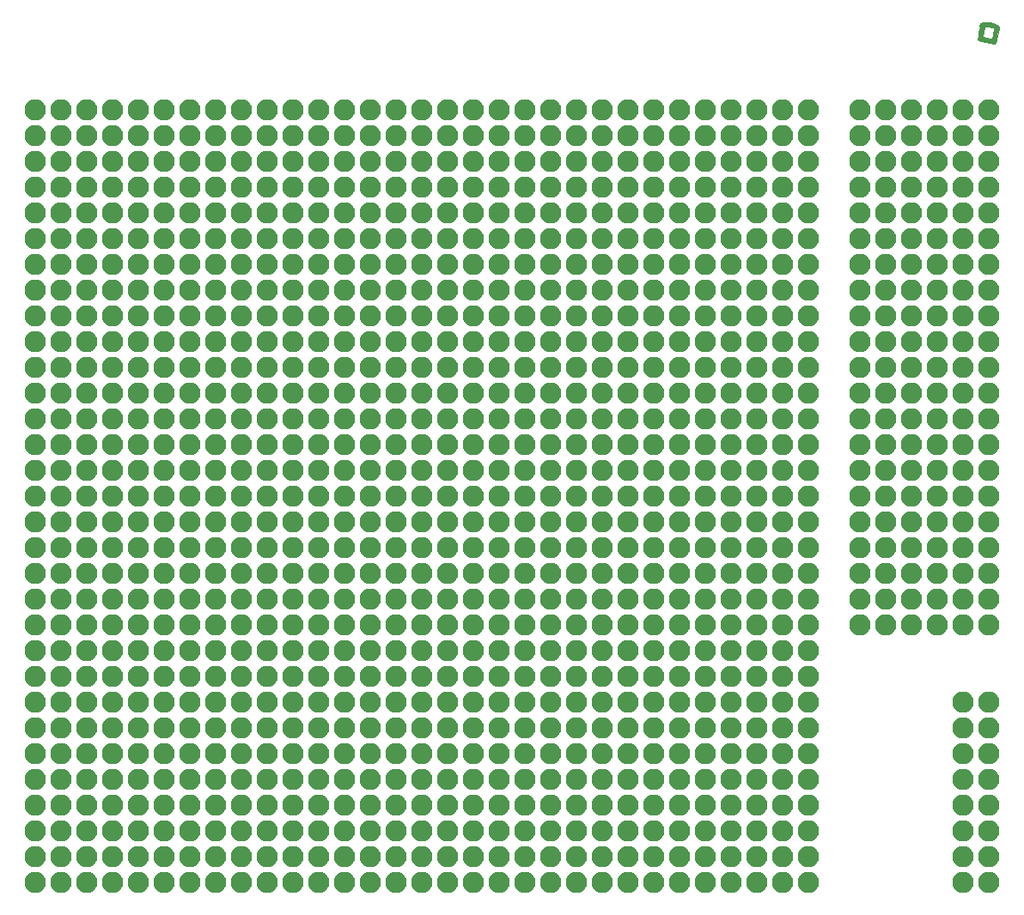
<source format=gbr>
G04 #@! TF.GenerationSoftware,KiCad,Pcbnew,5.1.7-a382d34a8~88~ubuntu16.04.1*
G04 #@! TF.CreationDate,2021-03-11T21:24:15+01:00*
G04 #@! TF.ProjectId,3u-100-eurocard-eurorack-protoboard,33752d31-3030-42d6-9575-726f63617264,rev?*
G04 #@! TF.SameCoordinates,Original*
G04 #@! TF.FileFunction,Soldermask,Top*
G04 #@! TF.FilePolarity,Negative*
%FSLAX46Y46*%
G04 Gerber Fmt 4.6, Leading zero omitted, Abs format (unit mm)*
G04 Created by KiCad (PCBNEW 5.1.7-a382d34a8~88~ubuntu16.04.1) date 2021-03-11 21:24:15*
%MOMM*%
%LPD*%
G01*
G04 APERTURE LIST*
%ADD10C,0.010000*%
%ADD11O,2.102000X2.102000*%
G04 APERTURE END LIST*
D10*
G36*
X95743349Y-3379569D02*
G01*
X95868983Y-3391313D01*
X95998376Y-3410482D01*
X96129949Y-3436970D01*
X96262121Y-3470670D01*
X96273815Y-3474002D01*
X96386468Y-3509404D01*
X96489327Y-3548300D01*
X96586582Y-3592297D01*
X96601138Y-3599532D01*
X96664811Y-3633416D01*
X96718532Y-3666506D01*
X96766043Y-3701416D01*
X96811085Y-3740758D01*
X96831122Y-3760182D01*
X96862793Y-3793167D01*
X96886378Y-3821662D01*
X96904984Y-3849768D01*
X96919316Y-3876642D01*
X96931147Y-3901217D01*
X96938987Y-3920283D01*
X96943658Y-3937938D01*
X96945981Y-3958281D01*
X96946775Y-3985411D01*
X96946861Y-4014226D01*
X96946609Y-4050313D01*
X96945404Y-4076246D01*
X96942569Y-4095982D01*
X96937428Y-4113476D01*
X96929306Y-4132683D01*
X96925060Y-4141752D01*
X96908673Y-4170900D01*
X96886829Y-4202771D01*
X96864704Y-4229946D01*
X96826149Y-4272138D01*
X96717969Y-4817733D01*
X96696333Y-4926479D01*
X96677157Y-5022034D01*
X96660293Y-5105077D01*
X96645595Y-5176286D01*
X96632918Y-5236339D01*
X96622114Y-5285914D01*
X96613037Y-5325690D01*
X96605540Y-5356343D01*
X96599477Y-5378553D01*
X96594702Y-5392998D01*
X96592713Y-5397597D01*
X96566758Y-5436303D01*
X96531377Y-5470466D01*
X96491256Y-5495631D01*
X96488006Y-5497112D01*
X96477596Y-5501663D01*
X96467651Y-5505573D01*
X96457339Y-5508717D01*
X96445825Y-5510971D01*
X96432274Y-5512212D01*
X96415852Y-5512316D01*
X96395724Y-5511159D01*
X96371057Y-5508618D01*
X96341016Y-5504568D01*
X96304766Y-5498886D01*
X96261474Y-5491448D01*
X96210305Y-5482130D01*
X96150424Y-5470809D01*
X96080997Y-5457360D01*
X96001190Y-5441660D01*
X95910169Y-5423585D01*
X95807098Y-5403012D01*
X95691145Y-5379816D01*
X95673333Y-5376252D01*
X95539114Y-5349306D01*
X95418657Y-5324938D01*
X95311855Y-5303125D01*
X95218601Y-5283845D01*
X95138787Y-5267074D01*
X95072307Y-5252790D01*
X95019053Y-5240970D01*
X94978917Y-5231591D01*
X94951793Y-5224631D01*
X94937573Y-5220066D01*
X94937047Y-5219831D01*
X94895827Y-5193240D01*
X94861447Y-5156403D01*
X94835789Y-5112286D01*
X94820738Y-5063853D01*
X94817536Y-5031592D01*
X94818826Y-5019586D01*
X94822694Y-4994877D01*
X94828927Y-4958595D01*
X94837315Y-4911869D01*
X94847648Y-4855828D01*
X94849344Y-4846797D01*
X95290210Y-4846797D01*
X95292624Y-4849429D01*
X95301021Y-4852963D01*
X95316208Y-4857580D01*
X95338990Y-4863458D01*
X95370175Y-4870776D01*
X95410570Y-4879716D01*
X95460980Y-4890455D01*
X95522212Y-4903174D01*
X95595074Y-4918052D01*
X95680372Y-4935269D01*
X95754472Y-4950120D01*
X95833509Y-4965920D01*
X95908463Y-4980898D01*
X95978190Y-4994825D01*
X96041544Y-5007474D01*
X96097381Y-5018614D01*
X96144556Y-5028019D01*
X96181925Y-5035460D01*
X96208343Y-5040709D01*
X96222666Y-5043537D01*
X96224955Y-5043975D01*
X96230679Y-5038914D01*
X96233403Y-5032375D01*
X96235357Y-5023540D01*
X96239827Y-5002011D01*
X96246580Y-4968936D01*
X96255387Y-4925463D01*
X96266016Y-4872739D01*
X96278236Y-4811911D01*
X96291816Y-4744128D01*
X96306525Y-4670536D01*
X96322132Y-4592284D01*
X96333074Y-4537328D01*
X96349279Y-4456321D01*
X96364913Y-4379021D01*
X96379729Y-4306600D01*
X96393478Y-4240228D01*
X96405913Y-4181078D01*
X96416786Y-4130321D01*
X96425851Y-4089127D01*
X96432858Y-4058668D01*
X96437561Y-4040115D01*
X96439278Y-4034970D01*
X96446395Y-4020118D01*
X96449442Y-4011596D01*
X96449444Y-4011522D01*
X96443310Y-4005979D01*
X96426544Y-3996319D01*
X96401602Y-3983703D01*
X96370940Y-3969291D01*
X96337014Y-3954243D01*
X96302279Y-3939720D01*
X96274418Y-3928829D01*
X96154437Y-3889187D01*
X96026038Y-3856761D01*
X95893340Y-3832293D01*
X95760463Y-3816522D01*
X95631525Y-3810187D01*
X95613404Y-3810096D01*
X95566588Y-3810257D01*
X95532076Y-3810919D01*
X95508061Y-3812498D01*
X95492736Y-3815406D01*
X95484293Y-3820061D01*
X95480926Y-3826875D01*
X95480827Y-3836264D01*
X95481252Y-3840425D01*
X95480332Y-3850974D01*
X95476852Y-3874186D01*
X95471028Y-3908887D01*
X95463075Y-3953905D01*
X95453209Y-4008066D01*
X95441644Y-4070197D01*
X95428598Y-4139125D01*
X95414284Y-4213678D01*
X95398918Y-4292682D01*
X95387702Y-4349750D01*
X95371716Y-4430789D01*
X95356522Y-4507893D01*
X95342344Y-4579926D01*
X95329404Y-4645752D01*
X95317925Y-4704235D01*
X95308131Y-4754238D01*
X95300243Y-4794627D01*
X95294485Y-4824264D01*
X95291080Y-4842013D01*
X95290210Y-4846797D01*
X94849344Y-4846797D01*
X94859713Y-4791602D01*
X94873301Y-4720322D01*
X94888201Y-4643116D01*
X94904202Y-4561115D01*
X94921092Y-4475448D01*
X94925150Y-4454994D01*
X95033186Y-3911128D01*
X95014526Y-3864484D01*
X94995718Y-3800547D01*
X94990444Y-3738106D01*
X94998140Y-3678030D01*
X95018242Y-3621189D01*
X95050186Y-3568450D01*
X95093409Y-3520684D01*
X95147347Y-3478759D01*
X95211437Y-3443545D01*
X95285114Y-3415910D01*
X95309972Y-3408977D01*
X95404784Y-3389954D01*
X95509670Y-3378783D01*
X95623051Y-3375357D01*
X95743349Y-3379569D01*
G37*
X95743349Y-3379569D02*
X95868983Y-3391313D01*
X95998376Y-3410482D01*
X96129949Y-3436970D01*
X96262121Y-3470670D01*
X96273815Y-3474002D01*
X96386468Y-3509404D01*
X96489327Y-3548300D01*
X96586582Y-3592297D01*
X96601138Y-3599532D01*
X96664811Y-3633416D01*
X96718532Y-3666506D01*
X96766043Y-3701416D01*
X96811085Y-3740758D01*
X96831122Y-3760182D01*
X96862793Y-3793167D01*
X96886378Y-3821662D01*
X96904984Y-3849768D01*
X96919316Y-3876642D01*
X96931147Y-3901217D01*
X96938987Y-3920283D01*
X96943658Y-3937938D01*
X96945981Y-3958281D01*
X96946775Y-3985411D01*
X96946861Y-4014226D01*
X96946609Y-4050313D01*
X96945404Y-4076246D01*
X96942569Y-4095982D01*
X96937428Y-4113476D01*
X96929306Y-4132683D01*
X96925060Y-4141752D01*
X96908673Y-4170900D01*
X96886829Y-4202771D01*
X96864704Y-4229946D01*
X96826149Y-4272138D01*
X96717969Y-4817733D01*
X96696333Y-4926479D01*
X96677157Y-5022034D01*
X96660293Y-5105077D01*
X96645595Y-5176286D01*
X96632918Y-5236339D01*
X96622114Y-5285914D01*
X96613037Y-5325690D01*
X96605540Y-5356343D01*
X96599477Y-5378553D01*
X96594702Y-5392998D01*
X96592713Y-5397597D01*
X96566758Y-5436303D01*
X96531377Y-5470466D01*
X96491256Y-5495631D01*
X96488006Y-5497112D01*
X96477596Y-5501663D01*
X96467651Y-5505573D01*
X96457339Y-5508717D01*
X96445825Y-5510971D01*
X96432274Y-5512212D01*
X96415852Y-5512316D01*
X96395724Y-5511159D01*
X96371057Y-5508618D01*
X96341016Y-5504568D01*
X96304766Y-5498886D01*
X96261474Y-5491448D01*
X96210305Y-5482130D01*
X96150424Y-5470809D01*
X96080997Y-5457360D01*
X96001190Y-5441660D01*
X95910169Y-5423585D01*
X95807098Y-5403012D01*
X95691145Y-5379816D01*
X95673333Y-5376252D01*
X95539114Y-5349306D01*
X95418657Y-5324938D01*
X95311855Y-5303125D01*
X95218601Y-5283845D01*
X95138787Y-5267074D01*
X95072307Y-5252790D01*
X95019053Y-5240970D01*
X94978917Y-5231591D01*
X94951793Y-5224631D01*
X94937573Y-5220066D01*
X94937047Y-5219831D01*
X94895827Y-5193240D01*
X94861447Y-5156403D01*
X94835789Y-5112286D01*
X94820738Y-5063853D01*
X94817536Y-5031592D01*
X94818826Y-5019586D01*
X94822694Y-4994877D01*
X94828927Y-4958595D01*
X94837315Y-4911869D01*
X94847648Y-4855828D01*
X94849344Y-4846797D01*
X95290210Y-4846797D01*
X95292624Y-4849429D01*
X95301021Y-4852963D01*
X95316208Y-4857580D01*
X95338990Y-4863458D01*
X95370175Y-4870776D01*
X95410570Y-4879716D01*
X95460980Y-4890455D01*
X95522212Y-4903174D01*
X95595074Y-4918052D01*
X95680372Y-4935269D01*
X95754472Y-4950120D01*
X95833509Y-4965920D01*
X95908463Y-4980898D01*
X95978190Y-4994825D01*
X96041544Y-5007474D01*
X96097381Y-5018614D01*
X96144556Y-5028019D01*
X96181925Y-5035460D01*
X96208343Y-5040709D01*
X96222666Y-5043537D01*
X96224955Y-5043975D01*
X96230679Y-5038914D01*
X96233403Y-5032375D01*
X96235357Y-5023540D01*
X96239827Y-5002011D01*
X96246580Y-4968936D01*
X96255387Y-4925463D01*
X96266016Y-4872739D01*
X96278236Y-4811911D01*
X96291816Y-4744128D01*
X96306525Y-4670536D01*
X96322132Y-4592284D01*
X96333074Y-4537328D01*
X96349279Y-4456321D01*
X96364913Y-4379021D01*
X96379729Y-4306600D01*
X96393478Y-4240228D01*
X96405913Y-4181078D01*
X96416786Y-4130321D01*
X96425851Y-4089127D01*
X96432858Y-4058668D01*
X96437561Y-4040115D01*
X96439278Y-4034970D01*
X96446395Y-4020118D01*
X96449442Y-4011596D01*
X96449444Y-4011522D01*
X96443310Y-4005979D01*
X96426544Y-3996319D01*
X96401602Y-3983703D01*
X96370940Y-3969291D01*
X96337014Y-3954243D01*
X96302279Y-3939720D01*
X96274418Y-3928829D01*
X96154437Y-3889187D01*
X96026038Y-3856761D01*
X95893340Y-3832293D01*
X95760463Y-3816522D01*
X95631525Y-3810187D01*
X95613404Y-3810096D01*
X95566588Y-3810257D01*
X95532076Y-3810919D01*
X95508061Y-3812498D01*
X95492736Y-3815406D01*
X95484293Y-3820061D01*
X95480926Y-3826875D01*
X95480827Y-3836264D01*
X95481252Y-3840425D01*
X95480332Y-3850974D01*
X95476852Y-3874186D01*
X95471028Y-3908887D01*
X95463075Y-3953905D01*
X95453209Y-4008066D01*
X95441644Y-4070197D01*
X95428598Y-4139125D01*
X95414284Y-4213678D01*
X95398918Y-4292682D01*
X95387702Y-4349750D01*
X95371716Y-4430789D01*
X95356522Y-4507893D01*
X95342344Y-4579926D01*
X95329404Y-4645752D01*
X95317925Y-4704235D01*
X95308131Y-4754238D01*
X95300243Y-4794627D01*
X95294485Y-4824264D01*
X95291080Y-4842013D01*
X95290210Y-4846797D01*
X94849344Y-4846797D01*
X94859713Y-4791602D01*
X94873301Y-4720322D01*
X94888201Y-4643116D01*
X94904202Y-4561115D01*
X94921092Y-4475448D01*
X94925150Y-4454994D01*
X95033186Y-3911128D01*
X95014526Y-3864484D01*
X94995718Y-3800547D01*
X94990444Y-3738106D01*
X94998140Y-3678030D01*
X95018242Y-3621189D01*
X95050186Y-3568450D01*
X95093409Y-3520684D01*
X95147347Y-3478759D01*
X95211437Y-3443545D01*
X95285114Y-3415910D01*
X95309972Y-3408977D01*
X95404784Y-3389954D01*
X95509670Y-3378783D01*
X95623051Y-3375357D01*
X95743349Y-3379569D01*
G36*
X95743349Y-3379569D02*
G01*
X95868983Y-3391313D01*
X95998376Y-3410482D01*
X96129949Y-3436970D01*
X96262121Y-3470670D01*
X96273815Y-3474002D01*
X96386468Y-3509404D01*
X96489327Y-3548300D01*
X96586582Y-3592297D01*
X96601138Y-3599532D01*
X96664811Y-3633416D01*
X96718532Y-3666506D01*
X96766043Y-3701416D01*
X96811085Y-3740758D01*
X96831122Y-3760182D01*
X96862793Y-3793167D01*
X96886378Y-3821662D01*
X96904984Y-3849768D01*
X96919316Y-3876642D01*
X96931147Y-3901217D01*
X96938987Y-3920283D01*
X96943658Y-3937938D01*
X96945981Y-3958281D01*
X96946775Y-3985411D01*
X96946861Y-4014226D01*
X96946609Y-4050313D01*
X96945404Y-4076246D01*
X96942569Y-4095982D01*
X96937428Y-4113476D01*
X96929306Y-4132683D01*
X96925060Y-4141752D01*
X96908673Y-4170900D01*
X96886829Y-4202771D01*
X96864704Y-4229946D01*
X96826149Y-4272138D01*
X96717969Y-4817733D01*
X96696333Y-4926479D01*
X96677157Y-5022034D01*
X96660293Y-5105077D01*
X96645595Y-5176286D01*
X96632918Y-5236339D01*
X96622114Y-5285914D01*
X96613037Y-5325690D01*
X96605540Y-5356343D01*
X96599477Y-5378553D01*
X96594702Y-5392998D01*
X96592713Y-5397597D01*
X96566758Y-5436303D01*
X96531377Y-5470466D01*
X96491256Y-5495631D01*
X96488006Y-5497112D01*
X96477596Y-5501663D01*
X96467651Y-5505573D01*
X96457339Y-5508717D01*
X96445825Y-5510971D01*
X96432274Y-5512212D01*
X96415852Y-5512316D01*
X96395724Y-5511159D01*
X96371057Y-5508618D01*
X96341016Y-5504568D01*
X96304766Y-5498886D01*
X96261474Y-5491448D01*
X96210305Y-5482130D01*
X96150424Y-5470809D01*
X96080997Y-5457360D01*
X96001190Y-5441660D01*
X95910169Y-5423585D01*
X95807098Y-5403012D01*
X95691145Y-5379816D01*
X95673333Y-5376252D01*
X95539114Y-5349306D01*
X95418657Y-5324938D01*
X95311855Y-5303125D01*
X95218601Y-5283845D01*
X95138787Y-5267074D01*
X95072307Y-5252790D01*
X95019053Y-5240970D01*
X94978917Y-5231591D01*
X94951793Y-5224631D01*
X94937573Y-5220066D01*
X94937047Y-5219831D01*
X94895827Y-5193240D01*
X94861447Y-5156403D01*
X94835789Y-5112286D01*
X94820738Y-5063853D01*
X94817536Y-5031592D01*
X94818826Y-5019586D01*
X94822694Y-4994877D01*
X94828927Y-4958595D01*
X94837315Y-4911869D01*
X94847648Y-4855828D01*
X94849344Y-4846797D01*
X95290210Y-4846797D01*
X95292624Y-4849429D01*
X95301021Y-4852963D01*
X95316208Y-4857580D01*
X95338990Y-4863458D01*
X95370175Y-4870776D01*
X95410570Y-4879716D01*
X95460980Y-4890455D01*
X95522212Y-4903174D01*
X95595074Y-4918052D01*
X95680372Y-4935269D01*
X95754472Y-4950120D01*
X95833509Y-4965920D01*
X95908463Y-4980898D01*
X95978190Y-4994825D01*
X96041544Y-5007474D01*
X96097381Y-5018614D01*
X96144556Y-5028019D01*
X96181925Y-5035460D01*
X96208343Y-5040709D01*
X96222666Y-5043537D01*
X96224955Y-5043975D01*
X96230679Y-5038914D01*
X96233403Y-5032375D01*
X96235357Y-5023540D01*
X96239827Y-5002011D01*
X96246580Y-4968936D01*
X96255387Y-4925463D01*
X96266016Y-4872739D01*
X96278236Y-4811911D01*
X96291816Y-4744128D01*
X96306525Y-4670536D01*
X96322132Y-4592284D01*
X96333074Y-4537328D01*
X96349279Y-4456321D01*
X96364913Y-4379021D01*
X96379729Y-4306600D01*
X96393478Y-4240228D01*
X96405913Y-4181078D01*
X96416786Y-4130321D01*
X96425851Y-4089127D01*
X96432858Y-4058668D01*
X96437561Y-4040115D01*
X96439278Y-4034970D01*
X96446395Y-4020118D01*
X96449442Y-4011596D01*
X96449444Y-4011522D01*
X96443310Y-4005979D01*
X96426544Y-3996319D01*
X96401602Y-3983703D01*
X96370940Y-3969291D01*
X96337014Y-3954243D01*
X96302279Y-3939720D01*
X96274418Y-3928829D01*
X96154437Y-3889187D01*
X96026038Y-3856761D01*
X95893340Y-3832293D01*
X95760463Y-3816522D01*
X95631525Y-3810187D01*
X95613404Y-3810096D01*
X95566588Y-3810257D01*
X95532076Y-3810919D01*
X95508061Y-3812498D01*
X95492736Y-3815406D01*
X95484293Y-3820061D01*
X95480926Y-3826875D01*
X95480827Y-3836264D01*
X95481252Y-3840425D01*
X95480332Y-3850974D01*
X95476852Y-3874186D01*
X95471028Y-3908887D01*
X95463075Y-3953905D01*
X95453209Y-4008066D01*
X95441644Y-4070197D01*
X95428598Y-4139125D01*
X95414284Y-4213678D01*
X95398918Y-4292682D01*
X95387702Y-4349750D01*
X95371716Y-4430789D01*
X95356522Y-4507893D01*
X95342344Y-4579926D01*
X95329404Y-4645752D01*
X95317925Y-4704235D01*
X95308131Y-4754238D01*
X95300243Y-4794627D01*
X95294485Y-4824264D01*
X95291080Y-4842013D01*
X95290210Y-4846797D01*
X94849344Y-4846797D01*
X94859713Y-4791602D01*
X94873301Y-4720322D01*
X94888201Y-4643116D01*
X94904202Y-4561115D01*
X94921092Y-4475448D01*
X94925150Y-4454994D01*
X95033186Y-3911128D01*
X95014526Y-3864484D01*
X94995718Y-3800547D01*
X94990444Y-3738106D01*
X94998140Y-3678030D01*
X95018242Y-3621189D01*
X95050186Y-3568450D01*
X95093409Y-3520684D01*
X95147347Y-3478759D01*
X95211437Y-3443545D01*
X95285114Y-3415910D01*
X95309972Y-3408977D01*
X95404784Y-3389954D01*
X95509670Y-3378783D01*
X95623051Y-3375357D01*
X95743349Y-3379569D01*
G37*
X95743349Y-3379569D02*
X95868983Y-3391313D01*
X95998376Y-3410482D01*
X96129949Y-3436970D01*
X96262121Y-3470670D01*
X96273815Y-3474002D01*
X96386468Y-3509404D01*
X96489327Y-3548300D01*
X96586582Y-3592297D01*
X96601138Y-3599532D01*
X96664811Y-3633416D01*
X96718532Y-3666506D01*
X96766043Y-3701416D01*
X96811085Y-3740758D01*
X96831122Y-3760182D01*
X96862793Y-3793167D01*
X96886378Y-3821662D01*
X96904984Y-3849768D01*
X96919316Y-3876642D01*
X96931147Y-3901217D01*
X96938987Y-3920283D01*
X96943658Y-3937938D01*
X96945981Y-3958281D01*
X96946775Y-3985411D01*
X96946861Y-4014226D01*
X96946609Y-4050313D01*
X96945404Y-4076246D01*
X96942569Y-4095982D01*
X96937428Y-4113476D01*
X96929306Y-4132683D01*
X96925060Y-4141752D01*
X96908673Y-4170900D01*
X96886829Y-4202771D01*
X96864704Y-4229946D01*
X96826149Y-4272138D01*
X96717969Y-4817733D01*
X96696333Y-4926479D01*
X96677157Y-5022034D01*
X96660293Y-5105077D01*
X96645595Y-5176286D01*
X96632918Y-5236339D01*
X96622114Y-5285914D01*
X96613037Y-5325690D01*
X96605540Y-5356343D01*
X96599477Y-5378553D01*
X96594702Y-5392998D01*
X96592713Y-5397597D01*
X96566758Y-5436303D01*
X96531377Y-5470466D01*
X96491256Y-5495631D01*
X96488006Y-5497112D01*
X96477596Y-5501663D01*
X96467651Y-5505573D01*
X96457339Y-5508717D01*
X96445825Y-5510971D01*
X96432274Y-5512212D01*
X96415852Y-5512316D01*
X96395724Y-5511159D01*
X96371057Y-5508618D01*
X96341016Y-5504568D01*
X96304766Y-5498886D01*
X96261474Y-5491448D01*
X96210305Y-5482130D01*
X96150424Y-5470809D01*
X96080997Y-5457360D01*
X96001190Y-5441660D01*
X95910169Y-5423585D01*
X95807098Y-5403012D01*
X95691145Y-5379816D01*
X95673333Y-5376252D01*
X95539114Y-5349306D01*
X95418657Y-5324938D01*
X95311855Y-5303125D01*
X95218601Y-5283845D01*
X95138787Y-5267074D01*
X95072307Y-5252790D01*
X95019053Y-5240970D01*
X94978917Y-5231591D01*
X94951793Y-5224631D01*
X94937573Y-5220066D01*
X94937047Y-5219831D01*
X94895827Y-5193240D01*
X94861447Y-5156403D01*
X94835789Y-5112286D01*
X94820738Y-5063853D01*
X94817536Y-5031592D01*
X94818826Y-5019586D01*
X94822694Y-4994877D01*
X94828927Y-4958595D01*
X94837315Y-4911869D01*
X94847648Y-4855828D01*
X94849344Y-4846797D01*
X95290210Y-4846797D01*
X95292624Y-4849429D01*
X95301021Y-4852963D01*
X95316208Y-4857580D01*
X95338990Y-4863458D01*
X95370175Y-4870776D01*
X95410570Y-4879716D01*
X95460980Y-4890455D01*
X95522212Y-4903174D01*
X95595074Y-4918052D01*
X95680372Y-4935269D01*
X95754472Y-4950120D01*
X95833509Y-4965920D01*
X95908463Y-4980898D01*
X95978190Y-4994825D01*
X96041544Y-5007474D01*
X96097381Y-5018614D01*
X96144556Y-5028019D01*
X96181925Y-5035460D01*
X96208343Y-5040709D01*
X96222666Y-5043537D01*
X96224955Y-5043975D01*
X96230679Y-5038914D01*
X96233403Y-5032375D01*
X96235357Y-5023540D01*
X96239827Y-5002011D01*
X96246580Y-4968936D01*
X96255387Y-4925463D01*
X96266016Y-4872739D01*
X96278236Y-4811911D01*
X96291816Y-4744128D01*
X96306525Y-4670536D01*
X96322132Y-4592284D01*
X96333074Y-4537328D01*
X96349279Y-4456321D01*
X96364913Y-4379021D01*
X96379729Y-4306600D01*
X96393478Y-4240228D01*
X96405913Y-4181078D01*
X96416786Y-4130321D01*
X96425851Y-4089127D01*
X96432858Y-4058668D01*
X96437561Y-4040115D01*
X96439278Y-4034970D01*
X96446395Y-4020118D01*
X96449442Y-4011596D01*
X96449444Y-4011522D01*
X96443310Y-4005979D01*
X96426544Y-3996319D01*
X96401602Y-3983703D01*
X96370940Y-3969291D01*
X96337014Y-3954243D01*
X96302279Y-3939720D01*
X96274418Y-3928829D01*
X96154437Y-3889187D01*
X96026038Y-3856761D01*
X95893340Y-3832293D01*
X95760463Y-3816522D01*
X95631525Y-3810187D01*
X95613404Y-3810096D01*
X95566588Y-3810257D01*
X95532076Y-3810919D01*
X95508061Y-3812498D01*
X95492736Y-3815406D01*
X95484293Y-3820061D01*
X95480926Y-3826875D01*
X95480827Y-3836264D01*
X95481252Y-3840425D01*
X95480332Y-3850974D01*
X95476852Y-3874186D01*
X95471028Y-3908887D01*
X95463075Y-3953905D01*
X95453209Y-4008066D01*
X95441644Y-4070197D01*
X95428598Y-4139125D01*
X95414284Y-4213678D01*
X95398918Y-4292682D01*
X95387702Y-4349750D01*
X95371716Y-4430789D01*
X95356522Y-4507893D01*
X95342344Y-4579926D01*
X95329404Y-4645752D01*
X95317925Y-4704235D01*
X95308131Y-4754238D01*
X95300243Y-4794627D01*
X95294485Y-4824264D01*
X95291080Y-4842013D01*
X95290210Y-4846797D01*
X94849344Y-4846797D01*
X94859713Y-4791602D01*
X94873301Y-4720322D01*
X94888201Y-4643116D01*
X94904202Y-4561115D01*
X94921092Y-4475448D01*
X94925150Y-4454994D01*
X95033186Y-3911128D01*
X95014526Y-3864484D01*
X94995718Y-3800547D01*
X94990444Y-3738106D01*
X94998140Y-3678030D01*
X95018242Y-3621189D01*
X95050186Y-3568450D01*
X95093409Y-3520684D01*
X95147347Y-3478759D01*
X95211437Y-3443545D01*
X95285114Y-3415910D01*
X95309972Y-3408977D01*
X95404784Y-3389954D01*
X95509670Y-3378783D01*
X95623051Y-3375357D01*
X95743349Y-3379569D01*
D11*
X93345000Y-70485000D03*
X95885000Y-70485000D03*
X93345000Y-73025000D03*
X95885000Y-73025000D03*
X93345000Y-75565000D03*
X95885000Y-75565000D03*
X93345000Y-78105000D03*
X95885000Y-78105000D03*
X93345000Y-80645000D03*
X95885000Y-80645000D03*
X93345000Y-83185000D03*
X95885000Y-83185000D03*
X93345000Y-85725000D03*
X95885000Y-85725000D03*
X93345000Y-88265000D03*
X95885000Y-88265000D03*
X83185000Y-12065000D03*
X85725000Y-12065000D03*
X88265000Y-12065000D03*
X90805000Y-12065000D03*
X93345000Y-12065000D03*
X95885000Y-12065000D03*
X95885000Y-14605000D03*
X93345000Y-14605000D03*
X90805000Y-14605000D03*
X88265000Y-14605000D03*
X85725000Y-14605000D03*
X83185000Y-14605000D03*
X95885000Y-24765000D03*
X93345000Y-24765000D03*
X90805000Y-24765000D03*
X88265000Y-24765000D03*
X85725000Y-24765000D03*
X83185000Y-24765000D03*
X83185000Y-22225000D03*
X85725000Y-22225000D03*
X88265000Y-22225000D03*
X90805000Y-22225000D03*
X93345000Y-22225000D03*
X95885000Y-22225000D03*
X95885000Y-17145000D03*
X93345000Y-17145000D03*
X90805000Y-17145000D03*
X88265000Y-17145000D03*
X85725000Y-17145000D03*
X83185000Y-17145000D03*
X83185000Y-19685000D03*
X85725000Y-19685000D03*
X88265000Y-19685000D03*
X90805000Y-19685000D03*
X93345000Y-19685000D03*
X95885000Y-19685000D03*
X83185000Y-34925000D03*
X85725000Y-34925000D03*
X88265000Y-34925000D03*
X90805000Y-34925000D03*
X93345000Y-34925000D03*
X95885000Y-34925000D03*
X95885000Y-29845000D03*
X93345000Y-29845000D03*
X90805000Y-29845000D03*
X88265000Y-29845000D03*
X85725000Y-29845000D03*
X83185000Y-29845000D03*
X95885000Y-32385000D03*
X93345000Y-32385000D03*
X90805000Y-32385000D03*
X88265000Y-32385000D03*
X85725000Y-32385000D03*
X83185000Y-32385000D03*
X83185000Y-27305000D03*
X85725000Y-27305000D03*
X88265000Y-27305000D03*
X90805000Y-27305000D03*
X93345000Y-27305000D03*
X95885000Y-27305000D03*
X83185000Y-42545000D03*
X85725000Y-42545000D03*
X88265000Y-42545000D03*
X90805000Y-42545000D03*
X93345000Y-42545000D03*
X95885000Y-42545000D03*
X95885000Y-45085000D03*
X93345000Y-45085000D03*
X90805000Y-45085000D03*
X88265000Y-45085000D03*
X85725000Y-45085000D03*
X83185000Y-45085000D03*
X83185000Y-40005000D03*
X85725000Y-40005000D03*
X88265000Y-40005000D03*
X90805000Y-40005000D03*
X93345000Y-40005000D03*
X95885000Y-40005000D03*
X95885000Y-37465000D03*
X93345000Y-37465000D03*
X90805000Y-37465000D03*
X88265000Y-37465000D03*
X85725000Y-37465000D03*
X83185000Y-37465000D03*
X83185000Y-47625000D03*
X85725000Y-47625000D03*
X88265000Y-47625000D03*
X90805000Y-47625000D03*
X93345000Y-47625000D03*
X95885000Y-47625000D03*
X95885000Y-50165000D03*
X93345000Y-50165000D03*
X90805000Y-50165000D03*
X88265000Y-50165000D03*
X85725000Y-50165000D03*
X83185000Y-50165000D03*
X83185000Y-55245000D03*
X85725000Y-55245000D03*
X88265000Y-55245000D03*
X90805000Y-55245000D03*
X93345000Y-55245000D03*
X95885000Y-55245000D03*
X95885000Y-52705000D03*
X93345000Y-52705000D03*
X90805000Y-52705000D03*
X88265000Y-52705000D03*
X85725000Y-52705000D03*
X83185000Y-52705000D03*
X83185000Y-60325000D03*
X85725000Y-60325000D03*
X88265000Y-60325000D03*
X90805000Y-60325000D03*
X93345000Y-60325000D03*
X95885000Y-60325000D03*
X95885000Y-57785000D03*
X93345000Y-57785000D03*
X90805000Y-57785000D03*
X88265000Y-57785000D03*
X85725000Y-57785000D03*
X83185000Y-57785000D03*
X83185000Y-62865000D03*
X85725000Y-62865000D03*
X88265000Y-62865000D03*
X90805000Y-62865000D03*
X93345000Y-62865000D03*
X95885000Y-62865000D03*
X1905000Y-12065000D03*
X4445000Y-12065000D03*
X6985000Y-12065000D03*
X9525000Y-12065000D03*
X12065000Y-12065000D03*
X14605000Y-12065000D03*
X17145000Y-12065000D03*
X19685000Y-12065000D03*
X22225000Y-12065000D03*
X24765000Y-12065000D03*
X27305000Y-12065000D03*
X29845000Y-12065000D03*
X32385000Y-12065000D03*
X34925000Y-12065000D03*
X37465000Y-12065000D03*
X40005000Y-12065000D03*
X42545000Y-12065000D03*
X45085000Y-12065000D03*
X47625000Y-12065000D03*
X50165000Y-12065000D03*
X52705000Y-12065000D03*
X55245000Y-12065000D03*
X57785000Y-12065000D03*
X60325000Y-12065000D03*
X62865000Y-12065000D03*
X65405000Y-12065000D03*
X67945000Y-12065000D03*
X70485000Y-12065000D03*
X73025000Y-12065000D03*
X75565000Y-12065000D03*
X78105000Y-12065000D03*
X78105000Y-88265000D03*
X75565000Y-88265000D03*
X73025000Y-88265000D03*
X70485000Y-88265000D03*
X67945000Y-88265000D03*
X65405000Y-88265000D03*
X62865000Y-88265000D03*
X60325000Y-88265000D03*
X57785000Y-88265000D03*
X55245000Y-88265000D03*
X52705000Y-88265000D03*
X50165000Y-88265000D03*
X47625000Y-88265000D03*
X45085000Y-88265000D03*
X42545000Y-88265000D03*
X40005000Y-88265000D03*
X37465000Y-88265000D03*
X34925000Y-88265000D03*
X32385000Y-88265000D03*
X29845000Y-88265000D03*
X27305000Y-88265000D03*
X24765000Y-88265000D03*
X22225000Y-88265000D03*
X19685000Y-88265000D03*
X17145000Y-88265000D03*
X14605000Y-88265000D03*
X12065000Y-88265000D03*
X9525000Y-88265000D03*
X6985000Y-88265000D03*
X4445000Y-88265000D03*
X1905000Y-88265000D03*
X1905000Y-85725000D03*
X4445000Y-85725000D03*
X6985000Y-85725000D03*
X9525000Y-85725000D03*
X12065000Y-85725000D03*
X14605000Y-85725000D03*
X17145000Y-85725000D03*
X19685000Y-85725000D03*
X22225000Y-85725000D03*
X24765000Y-85725000D03*
X27305000Y-85725000D03*
X29845000Y-85725000D03*
X32385000Y-85725000D03*
X34925000Y-85725000D03*
X37465000Y-85725000D03*
X40005000Y-85725000D03*
X42545000Y-85725000D03*
X45085000Y-85725000D03*
X47625000Y-85725000D03*
X50165000Y-85725000D03*
X52705000Y-85725000D03*
X55245000Y-85725000D03*
X57785000Y-85725000D03*
X60325000Y-85725000D03*
X62865000Y-85725000D03*
X65405000Y-85725000D03*
X67945000Y-85725000D03*
X70485000Y-85725000D03*
X73025000Y-85725000D03*
X75565000Y-85725000D03*
X78105000Y-85725000D03*
X78105000Y-83185000D03*
X75565000Y-83185000D03*
X73025000Y-83185000D03*
X70485000Y-83185000D03*
X67945000Y-83185000D03*
X65405000Y-83185000D03*
X62865000Y-83185000D03*
X60325000Y-83185000D03*
X57785000Y-83185000D03*
X55245000Y-83185000D03*
X52705000Y-83185000D03*
X50165000Y-83185000D03*
X47625000Y-83185000D03*
X45085000Y-83185000D03*
X42545000Y-83185000D03*
X40005000Y-83185000D03*
X37465000Y-83185000D03*
X34925000Y-83185000D03*
X32385000Y-83185000D03*
X29845000Y-83185000D03*
X27305000Y-83185000D03*
X24765000Y-83185000D03*
X22225000Y-83185000D03*
X19685000Y-83185000D03*
X17145000Y-83185000D03*
X14605000Y-83185000D03*
X12065000Y-83185000D03*
X9525000Y-83185000D03*
X6985000Y-83185000D03*
X4445000Y-83185000D03*
X1905000Y-83185000D03*
X78105000Y-80645000D03*
X75565000Y-80645000D03*
X73025000Y-80645000D03*
X70485000Y-80645000D03*
X67945000Y-80645000D03*
X65405000Y-80645000D03*
X62865000Y-80645000D03*
X60325000Y-80645000D03*
X57785000Y-80645000D03*
X55245000Y-80645000D03*
X52705000Y-80645000D03*
X50165000Y-80645000D03*
X47625000Y-80645000D03*
X45085000Y-80645000D03*
X42545000Y-80645000D03*
X40005000Y-80645000D03*
X37465000Y-80645000D03*
X34925000Y-80645000D03*
X32385000Y-80645000D03*
X29845000Y-80645000D03*
X27305000Y-80645000D03*
X24765000Y-80645000D03*
X22225000Y-80645000D03*
X19685000Y-80645000D03*
X17145000Y-80645000D03*
X14605000Y-80645000D03*
X12065000Y-80645000D03*
X9525000Y-80645000D03*
X6985000Y-80645000D03*
X4445000Y-80645000D03*
X1905000Y-80645000D03*
X1905000Y-75565000D03*
X4445000Y-75565000D03*
X6985000Y-75565000D03*
X9525000Y-75565000D03*
X12065000Y-75565000D03*
X14605000Y-75565000D03*
X17145000Y-75565000D03*
X19685000Y-75565000D03*
X22225000Y-75565000D03*
X24765000Y-75565000D03*
X27305000Y-75565000D03*
X29845000Y-75565000D03*
X32385000Y-75565000D03*
X34925000Y-75565000D03*
X37465000Y-75565000D03*
X40005000Y-75565000D03*
X42545000Y-75565000D03*
X45085000Y-75565000D03*
X47625000Y-75565000D03*
X50165000Y-75565000D03*
X52705000Y-75565000D03*
X55245000Y-75565000D03*
X57785000Y-75565000D03*
X60325000Y-75565000D03*
X62865000Y-75565000D03*
X65405000Y-75565000D03*
X67945000Y-75565000D03*
X70485000Y-75565000D03*
X73025000Y-75565000D03*
X75565000Y-75565000D03*
X78105000Y-75565000D03*
X1905000Y-73025000D03*
X4445000Y-73025000D03*
X6985000Y-73025000D03*
X9525000Y-73025000D03*
X12065000Y-73025000D03*
X14605000Y-73025000D03*
X17145000Y-73025000D03*
X19685000Y-73025000D03*
X22225000Y-73025000D03*
X24765000Y-73025000D03*
X27305000Y-73025000D03*
X29845000Y-73025000D03*
X32385000Y-73025000D03*
X34925000Y-73025000D03*
X37465000Y-73025000D03*
X40005000Y-73025000D03*
X42545000Y-73025000D03*
X45085000Y-73025000D03*
X47625000Y-73025000D03*
X50165000Y-73025000D03*
X52705000Y-73025000D03*
X55245000Y-73025000D03*
X57785000Y-73025000D03*
X60325000Y-73025000D03*
X62865000Y-73025000D03*
X65405000Y-73025000D03*
X67945000Y-73025000D03*
X70485000Y-73025000D03*
X73025000Y-73025000D03*
X75565000Y-73025000D03*
X78105000Y-73025000D03*
X78105000Y-78105000D03*
X75565000Y-78105000D03*
X73025000Y-78105000D03*
X70485000Y-78105000D03*
X67945000Y-78105000D03*
X65405000Y-78105000D03*
X62865000Y-78105000D03*
X60325000Y-78105000D03*
X57785000Y-78105000D03*
X55245000Y-78105000D03*
X52705000Y-78105000D03*
X50165000Y-78105000D03*
X47625000Y-78105000D03*
X45085000Y-78105000D03*
X42545000Y-78105000D03*
X40005000Y-78105000D03*
X37465000Y-78105000D03*
X34925000Y-78105000D03*
X32385000Y-78105000D03*
X29845000Y-78105000D03*
X27305000Y-78105000D03*
X24765000Y-78105000D03*
X22225000Y-78105000D03*
X19685000Y-78105000D03*
X17145000Y-78105000D03*
X14605000Y-78105000D03*
X12065000Y-78105000D03*
X9525000Y-78105000D03*
X6985000Y-78105000D03*
X4445000Y-78105000D03*
X1905000Y-78105000D03*
X78105000Y-55245000D03*
X75565000Y-55245000D03*
X73025000Y-55245000D03*
X70485000Y-55245000D03*
X67945000Y-55245000D03*
X65405000Y-55245000D03*
X62865000Y-55245000D03*
X60325000Y-55245000D03*
X57785000Y-55245000D03*
X55245000Y-55245000D03*
X52705000Y-55245000D03*
X50165000Y-55245000D03*
X47625000Y-55245000D03*
X45085000Y-55245000D03*
X42545000Y-55245000D03*
X40005000Y-55245000D03*
X37465000Y-55245000D03*
X34925000Y-55245000D03*
X32385000Y-55245000D03*
X29845000Y-55245000D03*
X27305000Y-55245000D03*
X24765000Y-55245000D03*
X22225000Y-55245000D03*
X19685000Y-55245000D03*
X17145000Y-55245000D03*
X14605000Y-55245000D03*
X12065000Y-55245000D03*
X9525000Y-55245000D03*
X6985000Y-55245000D03*
X4445000Y-55245000D03*
X1905000Y-55245000D03*
X1905000Y-62865000D03*
X4445000Y-62865000D03*
X6985000Y-62865000D03*
X9525000Y-62865000D03*
X12065000Y-62865000D03*
X14605000Y-62865000D03*
X17145000Y-62865000D03*
X19685000Y-62865000D03*
X22225000Y-62865000D03*
X24765000Y-62865000D03*
X27305000Y-62865000D03*
X29845000Y-62865000D03*
X32385000Y-62865000D03*
X34925000Y-62865000D03*
X37465000Y-62865000D03*
X40005000Y-62865000D03*
X42545000Y-62865000D03*
X45085000Y-62865000D03*
X47625000Y-62865000D03*
X50165000Y-62865000D03*
X52705000Y-62865000D03*
X55245000Y-62865000D03*
X57785000Y-62865000D03*
X60325000Y-62865000D03*
X62865000Y-62865000D03*
X65405000Y-62865000D03*
X67945000Y-62865000D03*
X70485000Y-62865000D03*
X73025000Y-62865000D03*
X75565000Y-62865000D03*
X78105000Y-62865000D03*
X78105000Y-70485000D03*
X75565000Y-70485000D03*
X73025000Y-70485000D03*
X70485000Y-70485000D03*
X67945000Y-70485000D03*
X65405000Y-70485000D03*
X62865000Y-70485000D03*
X60325000Y-70485000D03*
X57785000Y-70485000D03*
X55245000Y-70485000D03*
X52705000Y-70485000D03*
X50165000Y-70485000D03*
X47625000Y-70485000D03*
X45085000Y-70485000D03*
X42545000Y-70485000D03*
X40005000Y-70485000D03*
X37465000Y-70485000D03*
X34925000Y-70485000D03*
X32385000Y-70485000D03*
X29845000Y-70485000D03*
X27305000Y-70485000D03*
X24765000Y-70485000D03*
X22225000Y-70485000D03*
X19685000Y-70485000D03*
X17145000Y-70485000D03*
X14605000Y-70485000D03*
X12065000Y-70485000D03*
X9525000Y-70485000D03*
X6985000Y-70485000D03*
X4445000Y-70485000D03*
X1905000Y-70485000D03*
X1905000Y-60325000D03*
X4445000Y-60325000D03*
X6985000Y-60325000D03*
X9525000Y-60325000D03*
X12065000Y-60325000D03*
X14605000Y-60325000D03*
X17145000Y-60325000D03*
X19685000Y-60325000D03*
X22225000Y-60325000D03*
X24765000Y-60325000D03*
X27305000Y-60325000D03*
X29845000Y-60325000D03*
X32385000Y-60325000D03*
X34925000Y-60325000D03*
X37465000Y-60325000D03*
X40005000Y-60325000D03*
X42545000Y-60325000D03*
X45085000Y-60325000D03*
X47625000Y-60325000D03*
X50165000Y-60325000D03*
X52705000Y-60325000D03*
X55245000Y-60325000D03*
X57785000Y-60325000D03*
X60325000Y-60325000D03*
X62865000Y-60325000D03*
X65405000Y-60325000D03*
X67945000Y-60325000D03*
X70485000Y-60325000D03*
X73025000Y-60325000D03*
X75565000Y-60325000D03*
X78105000Y-60325000D03*
X78105000Y-52705000D03*
X75565000Y-52705000D03*
X73025000Y-52705000D03*
X70485000Y-52705000D03*
X67945000Y-52705000D03*
X65405000Y-52705000D03*
X62865000Y-52705000D03*
X60325000Y-52705000D03*
X57785000Y-52705000D03*
X55245000Y-52705000D03*
X52705000Y-52705000D03*
X50165000Y-52705000D03*
X47625000Y-52705000D03*
X45085000Y-52705000D03*
X42545000Y-52705000D03*
X40005000Y-52705000D03*
X37465000Y-52705000D03*
X34925000Y-52705000D03*
X32385000Y-52705000D03*
X29845000Y-52705000D03*
X27305000Y-52705000D03*
X24765000Y-52705000D03*
X22225000Y-52705000D03*
X19685000Y-52705000D03*
X17145000Y-52705000D03*
X14605000Y-52705000D03*
X12065000Y-52705000D03*
X9525000Y-52705000D03*
X6985000Y-52705000D03*
X4445000Y-52705000D03*
X1905000Y-52705000D03*
X1905000Y-57785000D03*
X4445000Y-57785000D03*
X6985000Y-57785000D03*
X9525000Y-57785000D03*
X12065000Y-57785000D03*
X14605000Y-57785000D03*
X17145000Y-57785000D03*
X19685000Y-57785000D03*
X22225000Y-57785000D03*
X24765000Y-57785000D03*
X27305000Y-57785000D03*
X29845000Y-57785000D03*
X32385000Y-57785000D03*
X34925000Y-57785000D03*
X37465000Y-57785000D03*
X40005000Y-57785000D03*
X42545000Y-57785000D03*
X45085000Y-57785000D03*
X47625000Y-57785000D03*
X50165000Y-57785000D03*
X52705000Y-57785000D03*
X55245000Y-57785000D03*
X57785000Y-57785000D03*
X60325000Y-57785000D03*
X62865000Y-57785000D03*
X65405000Y-57785000D03*
X67945000Y-57785000D03*
X70485000Y-57785000D03*
X73025000Y-57785000D03*
X75565000Y-57785000D03*
X78105000Y-57785000D03*
X78105000Y-67945000D03*
X75565000Y-67945000D03*
X73025000Y-67945000D03*
X70485000Y-67945000D03*
X67945000Y-67945000D03*
X65405000Y-67945000D03*
X62865000Y-67945000D03*
X60325000Y-67945000D03*
X57785000Y-67945000D03*
X55245000Y-67945000D03*
X52705000Y-67945000D03*
X50165000Y-67945000D03*
X47625000Y-67945000D03*
X45085000Y-67945000D03*
X42545000Y-67945000D03*
X40005000Y-67945000D03*
X37465000Y-67945000D03*
X34925000Y-67945000D03*
X32385000Y-67945000D03*
X29845000Y-67945000D03*
X27305000Y-67945000D03*
X24765000Y-67945000D03*
X22225000Y-67945000D03*
X19685000Y-67945000D03*
X17145000Y-67945000D03*
X14605000Y-67945000D03*
X12065000Y-67945000D03*
X9525000Y-67945000D03*
X6985000Y-67945000D03*
X4445000Y-67945000D03*
X1905000Y-67945000D03*
X1905000Y-65405000D03*
X4445000Y-65405000D03*
X6985000Y-65405000D03*
X9525000Y-65405000D03*
X12065000Y-65405000D03*
X14605000Y-65405000D03*
X17145000Y-65405000D03*
X19685000Y-65405000D03*
X22225000Y-65405000D03*
X24765000Y-65405000D03*
X27305000Y-65405000D03*
X29845000Y-65405000D03*
X32385000Y-65405000D03*
X34925000Y-65405000D03*
X37465000Y-65405000D03*
X40005000Y-65405000D03*
X42545000Y-65405000D03*
X45085000Y-65405000D03*
X47625000Y-65405000D03*
X50165000Y-65405000D03*
X52705000Y-65405000D03*
X55245000Y-65405000D03*
X57785000Y-65405000D03*
X60325000Y-65405000D03*
X62865000Y-65405000D03*
X65405000Y-65405000D03*
X67945000Y-65405000D03*
X70485000Y-65405000D03*
X73025000Y-65405000D03*
X75565000Y-65405000D03*
X78105000Y-65405000D03*
X78105000Y-14605000D03*
X75565000Y-14605000D03*
X73025000Y-14605000D03*
X70485000Y-14605000D03*
X67945000Y-14605000D03*
X65405000Y-14605000D03*
X62865000Y-14605000D03*
X60325000Y-14605000D03*
X57785000Y-14605000D03*
X55245000Y-14605000D03*
X52705000Y-14605000D03*
X50165000Y-14605000D03*
X47625000Y-14605000D03*
X45085000Y-14605000D03*
X42545000Y-14605000D03*
X40005000Y-14605000D03*
X37465000Y-14605000D03*
X34925000Y-14605000D03*
X32385000Y-14605000D03*
X29845000Y-14605000D03*
X27305000Y-14605000D03*
X24765000Y-14605000D03*
X22225000Y-14605000D03*
X19685000Y-14605000D03*
X17145000Y-14605000D03*
X14605000Y-14605000D03*
X12065000Y-14605000D03*
X9525000Y-14605000D03*
X6985000Y-14605000D03*
X4445000Y-14605000D03*
X1905000Y-14605000D03*
X78105000Y-19685000D03*
X75565000Y-19685000D03*
X73025000Y-19685000D03*
X70485000Y-19685000D03*
X67945000Y-19685000D03*
X65405000Y-19685000D03*
X62865000Y-19685000D03*
X60325000Y-19685000D03*
X57785000Y-19685000D03*
X55245000Y-19685000D03*
X52705000Y-19685000D03*
X50165000Y-19685000D03*
X47625000Y-19685000D03*
X45085000Y-19685000D03*
X42545000Y-19685000D03*
X40005000Y-19685000D03*
X37465000Y-19685000D03*
X34925000Y-19685000D03*
X32385000Y-19685000D03*
X29845000Y-19685000D03*
X27305000Y-19685000D03*
X24765000Y-19685000D03*
X22225000Y-19685000D03*
X19685000Y-19685000D03*
X17145000Y-19685000D03*
X14605000Y-19685000D03*
X12065000Y-19685000D03*
X9525000Y-19685000D03*
X6985000Y-19685000D03*
X4445000Y-19685000D03*
X1905000Y-19685000D03*
X1905000Y-27305000D03*
X4445000Y-27305000D03*
X6985000Y-27305000D03*
X9525000Y-27305000D03*
X12065000Y-27305000D03*
X14605000Y-27305000D03*
X17145000Y-27305000D03*
X19685000Y-27305000D03*
X22225000Y-27305000D03*
X24765000Y-27305000D03*
X27305000Y-27305000D03*
X29845000Y-27305000D03*
X32385000Y-27305000D03*
X34925000Y-27305000D03*
X37465000Y-27305000D03*
X40005000Y-27305000D03*
X42545000Y-27305000D03*
X45085000Y-27305000D03*
X47625000Y-27305000D03*
X50165000Y-27305000D03*
X52705000Y-27305000D03*
X55245000Y-27305000D03*
X57785000Y-27305000D03*
X60325000Y-27305000D03*
X62865000Y-27305000D03*
X65405000Y-27305000D03*
X67945000Y-27305000D03*
X70485000Y-27305000D03*
X73025000Y-27305000D03*
X75565000Y-27305000D03*
X78105000Y-27305000D03*
X1905000Y-24765000D03*
X4445000Y-24765000D03*
X6985000Y-24765000D03*
X9525000Y-24765000D03*
X12065000Y-24765000D03*
X14605000Y-24765000D03*
X17145000Y-24765000D03*
X19685000Y-24765000D03*
X22225000Y-24765000D03*
X24765000Y-24765000D03*
X27305000Y-24765000D03*
X29845000Y-24765000D03*
X32385000Y-24765000D03*
X34925000Y-24765000D03*
X37465000Y-24765000D03*
X40005000Y-24765000D03*
X42545000Y-24765000D03*
X45085000Y-24765000D03*
X47625000Y-24765000D03*
X50165000Y-24765000D03*
X52705000Y-24765000D03*
X55245000Y-24765000D03*
X57785000Y-24765000D03*
X60325000Y-24765000D03*
X62865000Y-24765000D03*
X65405000Y-24765000D03*
X67945000Y-24765000D03*
X70485000Y-24765000D03*
X73025000Y-24765000D03*
X75565000Y-24765000D03*
X78105000Y-24765000D03*
X78105000Y-17145000D03*
X75565000Y-17145000D03*
X73025000Y-17145000D03*
X70485000Y-17145000D03*
X67945000Y-17145000D03*
X65405000Y-17145000D03*
X62865000Y-17145000D03*
X60325000Y-17145000D03*
X57785000Y-17145000D03*
X55245000Y-17145000D03*
X52705000Y-17145000D03*
X50165000Y-17145000D03*
X47625000Y-17145000D03*
X45085000Y-17145000D03*
X42545000Y-17145000D03*
X40005000Y-17145000D03*
X37465000Y-17145000D03*
X34925000Y-17145000D03*
X32385000Y-17145000D03*
X29845000Y-17145000D03*
X27305000Y-17145000D03*
X24765000Y-17145000D03*
X22225000Y-17145000D03*
X19685000Y-17145000D03*
X17145000Y-17145000D03*
X14605000Y-17145000D03*
X12065000Y-17145000D03*
X9525000Y-17145000D03*
X6985000Y-17145000D03*
X4445000Y-17145000D03*
X1905000Y-17145000D03*
X1905000Y-22225000D03*
X4445000Y-22225000D03*
X6985000Y-22225000D03*
X9525000Y-22225000D03*
X12065000Y-22225000D03*
X14605000Y-22225000D03*
X17145000Y-22225000D03*
X19685000Y-22225000D03*
X22225000Y-22225000D03*
X24765000Y-22225000D03*
X27305000Y-22225000D03*
X29845000Y-22225000D03*
X32385000Y-22225000D03*
X34925000Y-22225000D03*
X37465000Y-22225000D03*
X40005000Y-22225000D03*
X42545000Y-22225000D03*
X45085000Y-22225000D03*
X47625000Y-22225000D03*
X50165000Y-22225000D03*
X52705000Y-22225000D03*
X55245000Y-22225000D03*
X57785000Y-22225000D03*
X60325000Y-22225000D03*
X62865000Y-22225000D03*
X65405000Y-22225000D03*
X67945000Y-22225000D03*
X70485000Y-22225000D03*
X73025000Y-22225000D03*
X75565000Y-22225000D03*
X78105000Y-22225000D03*
X1905000Y-29845000D03*
X4445000Y-29845000D03*
X6985000Y-29845000D03*
X9525000Y-29845000D03*
X12065000Y-29845000D03*
X14605000Y-29845000D03*
X17145000Y-29845000D03*
X19685000Y-29845000D03*
X22225000Y-29845000D03*
X24765000Y-29845000D03*
X27305000Y-29845000D03*
X29845000Y-29845000D03*
X32385000Y-29845000D03*
X34925000Y-29845000D03*
X37465000Y-29845000D03*
X40005000Y-29845000D03*
X42545000Y-29845000D03*
X45085000Y-29845000D03*
X47625000Y-29845000D03*
X50165000Y-29845000D03*
X52705000Y-29845000D03*
X55245000Y-29845000D03*
X57785000Y-29845000D03*
X60325000Y-29845000D03*
X62865000Y-29845000D03*
X65405000Y-29845000D03*
X67945000Y-29845000D03*
X70485000Y-29845000D03*
X73025000Y-29845000D03*
X75565000Y-29845000D03*
X78105000Y-29845000D03*
X78105000Y-37465000D03*
X75565000Y-37465000D03*
X73025000Y-37465000D03*
X70485000Y-37465000D03*
X67945000Y-37465000D03*
X65405000Y-37465000D03*
X62865000Y-37465000D03*
X60325000Y-37465000D03*
X57785000Y-37465000D03*
X55245000Y-37465000D03*
X52705000Y-37465000D03*
X50165000Y-37465000D03*
X47625000Y-37465000D03*
X45085000Y-37465000D03*
X42545000Y-37465000D03*
X40005000Y-37465000D03*
X37465000Y-37465000D03*
X34925000Y-37465000D03*
X32385000Y-37465000D03*
X29845000Y-37465000D03*
X27305000Y-37465000D03*
X24765000Y-37465000D03*
X22225000Y-37465000D03*
X19685000Y-37465000D03*
X17145000Y-37465000D03*
X14605000Y-37465000D03*
X12065000Y-37465000D03*
X9525000Y-37465000D03*
X6985000Y-37465000D03*
X4445000Y-37465000D03*
X1905000Y-37465000D03*
X78105000Y-34925000D03*
X75565000Y-34925000D03*
X73025000Y-34925000D03*
X70485000Y-34925000D03*
X67945000Y-34925000D03*
X65405000Y-34925000D03*
X62865000Y-34925000D03*
X60325000Y-34925000D03*
X57785000Y-34925000D03*
X55245000Y-34925000D03*
X52705000Y-34925000D03*
X50165000Y-34925000D03*
X47625000Y-34925000D03*
X45085000Y-34925000D03*
X42545000Y-34925000D03*
X40005000Y-34925000D03*
X37465000Y-34925000D03*
X34925000Y-34925000D03*
X32385000Y-34925000D03*
X29845000Y-34925000D03*
X27305000Y-34925000D03*
X24765000Y-34925000D03*
X22225000Y-34925000D03*
X19685000Y-34925000D03*
X17145000Y-34925000D03*
X14605000Y-34925000D03*
X12065000Y-34925000D03*
X9525000Y-34925000D03*
X6985000Y-34925000D03*
X4445000Y-34925000D03*
X1905000Y-34925000D03*
X1905000Y-32385000D03*
X4445000Y-32385000D03*
X6985000Y-32385000D03*
X9525000Y-32385000D03*
X12065000Y-32385000D03*
X14605000Y-32385000D03*
X17145000Y-32385000D03*
X19685000Y-32385000D03*
X22225000Y-32385000D03*
X24765000Y-32385000D03*
X27305000Y-32385000D03*
X29845000Y-32385000D03*
X32385000Y-32385000D03*
X34925000Y-32385000D03*
X37465000Y-32385000D03*
X40005000Y-32385000D03*
X42545000Y-32385000D03*
X45085000Y-32385000D03*
X47625000Y-32385000D03*
X50165000Y-32385000D03*
X52705000Y-32385000D03*
X55245000Y-32385000D03*
X57785000Y-32385000D03*
X60325000Y-32385000D03*
X62865000Y-32385000D03*
X65405000Y-32385000D03*
X67945000Y-32385000D03*
X70485000Y-32385000D03*
X73025000Y-32385000D03*
X75565000Y-32385000D03*
X78105000Y-32385000D03*
X78105000Y-42545000D03*
X75565000Y-42545000D03*
X73025000Y-42545000D03*
X70485000Y-42545000D03*
X67945000Y-42545000D03*
X65405000Y-42545000D03*
X62865000Y-42545000D03*
X60325000Y-42545000D03*
X57785000Y-42545000D03*
X55245000Y-42545000D03*
X52705000Y-42545000D03*
X50165000Y-42545000D03*
X47625000Y-42545000D03*
X45085000Y-42545000D03*
X42545000Y-42545000D03*
X40005000Y-42545000D03*
X37465000Y-42545000D03*
X34925000Y-42545000D03*
X32385000Y-42545000D03*
X29845000Y-42545000D03*
X27305000Y-42545000D03*
X24765000Y-42545000D03*
X22225000Y-42545000D03*
X19685000Y-42545000D03*
X17145000Y-42545000D03*
X14605000Y-42545000D03*
X12065000Y-42545000D03*
X9525000Y-42545000D03*
X6985000Y-42545000D03*
X4445000Y-42545000D03*
X1905000Y-42545000D03*
X78105000Y-40005000D03*
X75565000Y-40005000D03*
X73025000Y-40005000D03*
X70485000Y-40005000D03*
X67945000Y-40005000D03*
X65405000Y-40005000D03*
X62865000Y-40005000D03*
X60325000Y-40005000D03*
X57785000Y-40005000D03*
X55245000Y-40005000D03*
X52705000Y-40005000D03*
X50165000Y-40005000D03*
X47625000Y-40005000D03*
X45085000Y-40005000D03*
X42545000Y-40005000D03*
X40005000Y-40005000D03*
X37465000Y-40005000D03*
X34925000Y-40005000D03*
X32385000Y-40005000D03*
X29845000Y-40005000D03*
X27305000Y-40005000D03*
X24765000Y-40005000D03*
X22225000Y-40005000D03*
X19685000Y-40005000D03*
X17145000Y-40005000D03*
X14605000Y-40005000D03*
X12065000Y-40005000D03*
X9525000Y-40005000D03*
X6985000Y-40005000D03*
X4445000Y-40005000D03*
X1905000Y-40005000D03*
X1905000Y-45085000D03*
X4445000Y-45085000D03*
X6985000Y-45085000D03*
X9525000Y-45085000D03*
X12065000Y-45085000D03*
X14605000Y-45085000D03*
X17145000Y-45085000D03*
X19685000Y-45085000D03*
X22225000Y-45085000D03*
X24765000Y-45085000D03*
X27305000Y-45085000D03*
X29845000Y-45085000D03*
X32385000Y-45085000D03*
X34925000Y-45085000D03*
X37465000Y-45085000D03*
X40005000Y-45085000D03*
X42545000Y-45085000D03*
X45085000Y-45085000D03*
X47625000Y-45085000D03*
X50165000Y-45085000D03*
X52705000Y-45085000D03*
X55245000Y-45085000D03*
X57785000Y-45085000D03*
X60325000Y-45085000D03*
X62865000Y-45085000D03*
X65405000Y-45085000D03*
X67945000Y-45085000D03*
X70485000Y-45085000D03*
X73025000Y-45085000D03*
X75565000Y-45085000D03*
X78105000Y-45085000D03*
X1905000Y-47625000D03*
X4445000Y-47625000D03*
X6985000Y-47625000D03*
X9525000Y-47625000D03*
X12065000Y-47625000D03*
X14605000Y-47625000D03*
X17145000Y-47625000D03*
X19685000Y-47625000D03*
X22225000Y-47625000D03*
X24765000Y-47625000D03*
X27305000Y-47625000D03*
X29845000Y-47625000D03*
X32385000Y-47625000D03*
X34925000Y-47625000D03*
X37465000Y-47625000D03*
X40005000Y-47625000D03*
X42545000Y-47625000D03*
X45085000Y-47625000D03*
X47625000Y-47625000D03*
X50165000Y-47625000D03*
X52705000Y-47625000D03*
X55245000Y-47625000D03*
X57785000Y-47625000D03*
X60325000Y-47625000D03*
X62865000Y-47625000D03*
X65405000Y-47625000D03*
X67945000Y-47625000D03*
X70485000Y-47625000D03*
X73025000Y-47625000D03*
X75565000Y-47625000D03*
X78105000Y-47625000D03*
X78105000Y-50165000D03*
X75565000Y-50165000D03*
X73025000Y-50165000D03*
X70485000Y-50165000D03*
X67945000Y-50165000D03*
X65405000Y-50165000D03*
X62865000Y-50165000D03*
X60325000Y-50165000D03*
X57785000Y-50165000D03*
X55245000Y-50165000D03*
X52705000Y-50165000D03*
X50165000Y-50165000D03*
X47625000Y-50165000D03*
X45085000Y-50165000D03*
X42545000Y-50165000D03*
X40005000Y-50165000D03*
X37465000Y-50165000D03*
X34925000Y-50165000D03*
X32385000Y-50165000D03*
X29845000Y-50165000D03*
X27305000Y-50165000D03*
X24765000Y-50165000D03*
X22225000Y-50165000D03*
X19685000Y-50165000D03*
X17145000Y-50165000D03*
X14605000Y-50165000D03*
X12065000Y-50165000D03*
X9525000Y-50165000D03*
X6985000Y-50165000D03*
X4445000Y-50165000D03*
X1905000Y-50165000D03*
M02*

</source>
